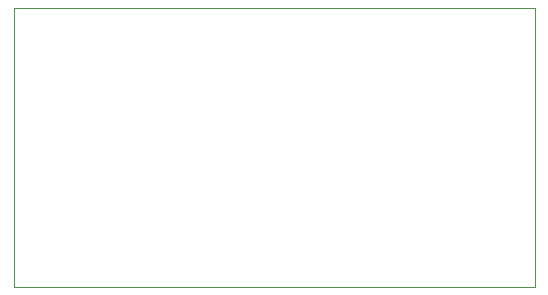
<source format=gm1>
G04 #@! TF.GenerationSoftware,KiCad,Pcbnew,5.0.0-rc2+dfsg1-3*
G04 #@! TF.CreationDate,2018-07-29T23:17:11+03:00*
G04 #@! TF.ProjectId,snes_dejitter,736E65735F64656A69747465722E6B69,rev?*
G04 #@! TF.SameCoordinates,Original*
G04 #@! TF.FileFunction,Profile,NP*
%FSLAX46Y46*%
G04 Gerber Fmt 4.6, Leading zero omitted, Abs format (unit mm)*
G04 Created by KiCad (PCBNEW 5.0.0-rc2+dfsg1-3) date Sun Jul 29 23:17:11 2018*
%MOMM*%
%LPD*%
G01*
G04 APERTURE LIST*
%ADD10C,0.100000*%
G04 APERTURE END LIST*
D10*
X57000000Y-13020000D02*
X57000000Y-36700000D01*
X12900000Y-36700000D02*
X12900000Y-13020000D01*
X57000000Y-36700000D02*
X12900000Y-36700000D01*
X12900000Y-13020000D02*
X57000000Y-13020000D01*
M02*

</source>
